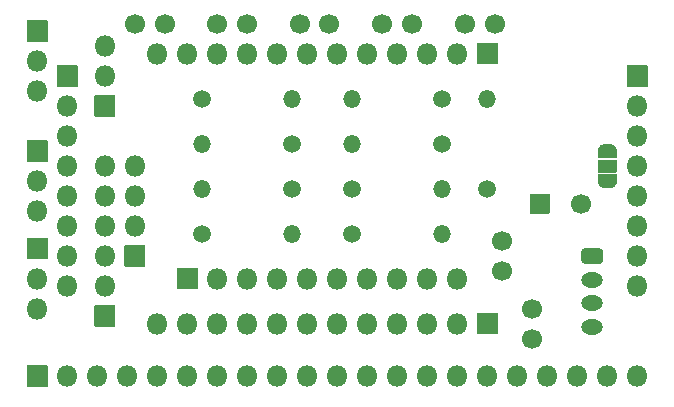
<source format=gbs>
G04 #@! TF.GenerationSoftware,KiCad,Pcbnew,(5.1.10)-1*
G04 #@! TF.CreationDate,2021-08-26T20:40:18+02:00*
G04 #@! TF.ProjectId,JuntekOnSteroidsTTGO,4a756e74-656b-44f6-9e53-7465726f6964,2.5*
G04 #@! TF.SameCoordinates,PX5b716c8PY5b716c8*
G04 #@! TF.FileFunction,Soldermask,Bot*
G04 #@! TF.FilePolarity,Negative*
%FSLAX46Y46*%
G04 Gerber Fmt 4.6, Leading zero omitted, Abs format (unit mm)*
G04 Created by KiCad (PCBNEW (5.1.10)-1) date 2021-08-26 20:40:18*
%MOMM*%
%LPD*%
G01*
G04 APERTURE LIST*
%ADD10O,1.800000X1.800000*%
%ADD11O,1.850000X1.300000*%
%ADD12O,1.500000X1.500000*%
%ADD13C,1.500000*%
%ADD14C,0.100000*%
%ADD15C,1.700000*%
G04 APERTURE END LIST*
D10*
G04 #@! TO.C,J61*
X10795000Y33020000D03*
X10795000Y30480000D03*
G36*
G01*
X11695000Y28790000D02*
X11695000Y27090000D01*
G75*
G02*
X11645000Y27040000I-50000J0D01*
G01*
X9945000Y27040000D01*
G75*
G02*
X9895000Y27090000I0J50000D01*
G01*
X9895000Y28790000D01*
G75*
G02*
X9945000Y28840000I50000J0D01*
G01*
X11645000Y28840000D01*
G75*
G02*
X11695000Y28790000I0J-50000D01*
G01*
G37*
G04 #@! TD*
G04 #@! TO.C,J12*
X5080000Y10795000D03*
X5080000Y13335000D03*
G36*
G01*
X5980000Y16725000D02*
X5980000Y15025000D01*
G75*
G02*
X5930000Y14975000I-50000J0D01*
G01*
X4230000Y14975000D01*
G75*
G02*
X4180000Y15025000I0J50000D01*
G01*
X4180000Y16725000D01*
G75*
G02*
X4230000Y16775000I50000J0D01*
G01*
X5930000Y16775000D01*
G75*
G02*
X5980000Y16725000I0J-50000D01*
G01*
G37*
G04 #@! TD*
G04 #@! TO.C,J22*
X10795000Y12700000D03*
G36*
G01*
X11695000Y11010000D02*
X11695000Y9310000D01*
G75*
G02*
X11645000Y9260000I-50000J0D01*
G01*
X9945000Y9260000D01*
G75*
G02*
X9895000Y9310000I0J50000D01*
G01*
X9895000Y11010000D01*
G75*
G02*
X9945000Y11060000I50000J0D01*
G01*
X11645000Y11060000D01*
G75*
G02*
X11695000Y11010000I0J-50000D01*
G01*
G37*
G04 #@! TD*
G04 #@! TO.C,J21*
X10795000Y22860000D03*
X13335000Y22860000D03*
X10795000Y20320000D03*
X13335000Y20320000D03*
X10795000Y17780000D03*
X13335000Y17780000D03*
X10795000Y15240000D03*
G36*
G01*
X14235000Y16090000D02*
X14235000Y14390000D01*
G75*
G02*
X14185000Y14340000I-50000J0D01*
G01*
X12485000Y14340000D01*
G75*
G02*
X12435000Y14390000I0J50000D01*
G01*
X12435000Y16090000D01*
G75*
G02*
X12485000Y16140000I50000J0D01*
G01*
X14185000Y16140000D01*
G75*
G02*
X14235000Y16090000I0J-50000D01*
G01*
G37*
G04 #@! TD*
G04 #@! TO.C,J11*
X5080000Y19050000D03*
X5080000Y21590000D03*
G36*
G01*
X5980000Y24980000D02*
X5980000Y23280000D01*
G75*
G02*
X5930000Y23230000I-50000J0D01*
G01*
X4230000Y23230000D01*
G75*
G02*
X4180000Y23280000I0J50000D01*
G01*
X4180000Y24980000D01*
G75*
G02*
X4230000Y25030000I50000J0D01*
G01*
X5930000Y25030000D01*
G75*
G02*
X5980000Y24980000I0J-50000D01*
G01*
G37*
G04 #@! TD*
D11*
G04 #@! TO.C,J7*
X52070000Y9240000D03*
X52070000Y11240000D03*
X52070000Y13240000D03*
G36*
G01*
X51415832Y15890000D02*
X52724168Y15890000D01*
G75*
G02*
X52995000Y15619168I0J-270832D01*
G01*
X52995000Y14860832D01*
G75*
G02*
X52724168Y14590000I-270832J0D01*
G01*
X51415832Y14590000D01*
G75*
G02*
X51145000Y14860832I0J270832D01*
G01*
X51145000Y15619168D01*
G75*
G02*
X51415832Y15890000I270832J0D01*
G01*
G37*
G04 #@! TD*
D10*
G04 #@! TO.C,J10*
X40640000Y13335000D03*
X38100000Y13335000D03*
X35560000Y13335000D03*
X33020000Y13335000D03*
X30480000Y13335000D03*
X27940000Y13335000D03*
X25400000Y13335000D03*
X22860000Y13335000D03*
X20320000Y13335000D03*
G36*
G01*
X18630000Y12435000D02*
X16930000Y12435000D01*
G75*
G02*
X16880000Y12485000I0J50000D01*
G01*
X16880000Y14185000D01*
G75*
G02*
X16930000Y14235000I50000J0D01*
G01*
X18630000Y14235000D01*
G75*
G02*
X18680000Y14185000I0J-50000D01*
G01*
X18680000Y12485000D01*
G75*
G02*
X18630000Y12435000I-50000J0D01*
G01*
G37*
G04 #@! TD*
D12*
G04 #@! TO.C,R13*
X39370000Y20955000D03*
D13*
X31750000Y20955000D03*
G04 #@! TD*
G04 #@! TO.C,JP1*
G36*
G01*
X52590000Y23410000D02*
X54090000Y23410000D01*
G75*
G02*
X54140000Y23360000I0J-50000D01*
G01*
X54140000Y22360000D01*
G75*
G02*
X54090000Y22310000I-50000J0D01*
G01*
X52590000Y22310000D01*
G75*
G02*
X52540000Y22360000I0J50000D01*
G01*
X52540000Y23360000D01*
G75*
G02*
X52590000Y23410000I50000J0D01*
G01*
G37*
D14*
G36*
X54139398Y21553889D02*
G01*
X54139398Y21535466D01*
X54139157Y21530565D01*
X54134347Y21481734D01*
X54133627Y21476881D01*
X54124055Y21428756D01*
X54122863Y21423995D01*
X54108619Y21377040D01*
X54106966Y21372421D01*
X54088189Y21327088D01*
X54086091Y21322651D01*
X54062960Y21279378D01*
X54060438Y21275171D01*
X54033178Y21234372D01*
X54030254Y21230430D01*
X53999126Y21192501D01*
X53995831Y21188866D01*
X53961134Y21154169D01*
X53957499Y21150874D01*
X53919570Y21119746D01*
X53915628Y21116822D01*
X53874829Y21089562D01*
X53870622Y21087040D01*
X53827349Y21063909D01*
X53822912Y21061811D01*
X53777579Y21043034D01*
X53772960Y21041381D01*
X53726005Y21027137D01*
X53721244Y21025945D01*
X53673119Y21016373D01*
X53668266Y21015653D01*
X53619435Y21010843D01*
X53614534Y21010602D01*
X53596111Y21010602D01*
X53590000Y21010000D01*
X53090000Y21010000D01*
X53083889Y21010602D01*
X53065466Y21010602D01*
X53060565Y21010843D01*
X53011734Y21015653D01*
X53006881Y21016373D01*
X52958756Y21025945D01*
X52953995Y21027137D01*
X52907040Y21041381D01*
X52902421Y21043034D01*
X52857088Y21061811D01*
X52852651Y21063909D01*
X52809378Y21087040D01*
X52805171Y21089562D01*
X52764372Y21116822D01*
X52760430Y21119746D01*
X52722501Y21150874D01*
X52718866Y21154169D01*
X52684169Y21188866D01*
X52680874Y21192501D01*
X52649746Y21230430D01*
X52646822Y21234372D01*
X52619562Y21275171D01*
X52617040Y21279378D01*
X52593909Y21322651D01*
X52591811Y21327088D01*
X52573034Y21372421D01*
X52571381Y21377040D01*
X52557137Y21423995D01*
X52555945Y21428756D01*
X52546373Y21476881D01*
X52545653Y21481734D01*
X52540843Y21530565D01*
X52540602Y21535466D01*
X52540602Y21553889D01*
X52540000Y21560000D01*
X52540000Y22110000D01*
X52540961Y22119755D01*
X52543806Y22129134D01*
X52548427Y22137779D01*
X52554645Y22145355D01*
X52562221Y22151573D01*
X52570866Y22156194D01*
X52580245Y22159039D01*
X52590000Y22160000D01*
X54090000Y22160000D01*
X54099755Y22159039D01*
X54109134Y22156194D01*
X54117779Y22151573D01*
X54125355Y22145355D01*
X54131573Y22137779D01*
X54136194Y22129134D01*
X54139039Y22119755D01*
X54140000Y22110000D01*
X54140000Y21560000D01*
X54139398Y21553889D01*
G37*
G36*
X54139039Y23600245D02*
G01*
X54136194Y23590866D01*
X54131573Y23582221D01*
X54125355Y23574645D01*
X54117779Y23568427D01*
X54109134Y23563806D01*
X54099755Y23560961D01*
X54090000Y23560000D01*
X52590000Y23560000D01*
X52580245Y23560961D01*
X52570866Y23563806D01*
X52562221Y23568427D01*
X52554645Y23574645D01*
X52548427Y23582221D01*
X52543806Y23590866D01*
X52540961Y23600245D01*
X52540000Y23610000D01*
X52540000Y24160000D01*
X52540602Y24166111D01*
X52540602Y24184534D01*
X52540843Y24189435D01*
X52545653Y24238266D01*
X52546373Y24243119D01*
X52555945Y24291244D01*
X52557137Y24296005D01*
X52571381Y24342960D01*
X52573034Y24347579D01*
X52591811Y24392912D01*
X52593909Y24397349D01*
X52617040Y24440622D01*
X52619562Y24444829D01*
X52646822Y24485628D01*
X52649746Y24489570D01*
X52680874Y24527499D01*
X52684169Y24531134D01*
X52718866Y24565831D01*
X52722501Y24569126D01*
X52760430Y24600254D01*
X52764372Y24603178D01*
X52805171Y24630438D01*
X52809378Y24632960D01*
X52852651Y24656091D01*
X52857088Y24658189D01*
X52902421Y24676966D01*
X52907040Y24678619D01*
X52953995Y24692863D01*
X52958756Y24694055D01*
X53006881Y24703627D01*
X53011734Y24704347D01*
X53060565Y24709157D01*
X53065466Y24709398D01*
X53083889Y24709398D01*
X53090000Y24710000D01*
X53590000Y24710000D01*
X53596111Y24709398D01*
X53614534Y24709398D01*
X53619435Y24709157D01*
X53668266Y24704347D01*
X53673119Y24703627D01*
X53721244Y24694055D01*
X53726005Y24692863D01*
X53772960Y24678619D01*
X53777579Y24676966D01*
X53822912Y24658189D01*
X53827349Y24656091D01*
X53870622Y24632960D01*
X53874829Y24630438D01*
X53915628Y24603178D01*
X53919570Y24600254D01*
X53957499Y24569126D01*
X53961134Y24565831D01*
X53995831Y24531134D01*
X53999126Y24527499D01*
X54030254Y24489570D01*
X54033178Y24485628D01*
X54060438Y24444829D01*
X54062960Y24440622D01*
X54086091Y24397349D01*
X54088189Y24392912D01*
X54106966Y24347579D01*
X54108619Y24342960D01*
X54122863Y24296005D01*
X54124055Y24291244D01*
X54133627Y24243119D01*
X54134347Y24238266D01*
X54139157Y24189435D01*
X54139398Y24184534D01*
X54139398Y24166111D01*
X54140000Y24160000D01*
X54140000Y23610000D01*
X54139039Y23600245D01*
G37*
G04 #@! TD*
D15*
G04 #@! TO.C,C6*
X46990000Y10755000D03*
X46990000Y8255000D03*
G04 #@! TD*
G04 #@! TO.C,C5*
X13375000Y34925000D03*
X15875000Y34925000D03*
G04 #@! TD*
D10*
G04 #@! TO.C,J30*
X55880000Y5080000D03*
X53340000Y5080000D03*
X50800000Y5080000D03*
X48260000Y5080000D03*
X45720000Y5080000D03*
X43180000Y5080000D03*
X40640000Y5080000D03*
X38100000Y5080000D03*
X35560000Y5080000D03*
X33020000Y5080000D03*
X30480000Y5080000D03*
X27940000Y5080000D03*
X25400000Y5080000D03*
X22860000Y5080000D03*
X20320000Y5080000D03*
X17780000Y5080000D03*
X15240000Y5080000D03*
X12700000Y5080000D03*
X10160000Y5080000D03*
X7620000Y5080000D03*
G36*
G01*
X4230000Y5980000D02*
X5930000Y5980000D01*
G75*
G02*
X5980000Y5930000I0J-50000D01*
G01*
X5980000Y4230000D01*
G75*
G02*
X5930000Y4180000I-50000J0D01*
G01*
X4230000Y4180000D01*
G75*
G02*
X4180000Y4230000I0J50000D01*
G01*
X4180000Y5930000D01*
G75*
G02*
X4230000Y5980000I50000J0D01*
G01*
G37*
G04 #@! TD*
D12*
G04 #@! TO.C,R20*
X26670000Y28575000D03*
D13*
X19050000Y28575000D03*
G04 #@! TD*
D12*
G04 #@! TO.C,R18*
X26670000Y17145000D03*
D13*
X19050000Y17145000D03*
G04 #@! TD*
D12*
G04 #@! TO.C,R17*
X39370000Y17145000D03*
D13*
X31750000Y17145000D03*
G04 #@! TD*
D12*
G04 #@! TO.C,R16*
X19050000Y20955000D03*
D13*
X26670000Y20955000D03*
G04 #@! TD*
D12*
G04 #@! TO.C,R15*
X43180000Y28575000D03*
D13*
X43180000Y20955000D03*
G04 #@! TD*
D12*
G04 #@! TO.C,R12*
X31750000Y28575000D03*
D13*
X39370000Y28575000D03*
G04 #@! TD*
D12*
G04 #@! TO.C,R11*
X31750000Y24765000D03*
D13*
X39370000Y24765000D03*
G04 #@! TD*
D15*
G04 #@! TO.C,C3*
X36790000Y34925000D03*
X34290000Y34925000D03*
G04 #@! TD*
G04 #@! TO.C,C2*
X27305000Y34925000D03*
X29805000Y34925000D03*
G04 #@! TD*
G04 #@! TO.C,C1*
X22820000Y34925000D03*
X20320000Y34925000D03*
G04 #@! TD*
D12*
G04 #@! TO.C,R14*
X19050000Y24765000D03*
D13*
X26670000Y24765000D03*
G04 #@! TD*
D10*
G04 #@! TO.C,J6*
X5080000Y29210000D03*
X5080000Y31750000D03*
G36*
G01*
X5980000Y35140000D02*
X5980000Y33440000D01*
G75*
G02*
X5930000Y33390000I-50000J0D01*
G01*
X4230000Y33390000D01*
G75*
G02*
X4180000Y33440000I0J50000D01*
G01*
X4180000Y35140000D01*
G75*
G02*
X4230000Y35190000I50000J0D01*
G01*
X5930000Y35190000D01*
G75*
G02*
X5980000Y35140000I0J-50000D01*
G01*
G37*
G04 #@! TD*
D15*
G04 #@! TO.C,C8*
X44450000Y14010000D03*
X44450000Y16510000D03*
G04 #@! TD*
G04 #@! TO.C,C4*
X41315000Y34925000D03*
X43815000Y34925000D03*
G04 #@! TD*
G04 #@! TO.C,C7*
X51125000Y19685000D03*
G36*
G01*
X46775000Y18885000D02*
X46775000Y20485000D01*
G75*
G02*
X46825000Y20535000I50000J0D01*
G01*
X48425000Y20535000D01*
G75*
G02*
X48475000Y20485000I0J-50000D01*
G01*
X48475000Y18885000D01*
G75*
G02*
X48425000Y18835000I-50000J0D01*
G01*
X46825000Y18835000D01*
G75*
G02*
X46775000Y18885000I0J50000D01*
G01*
G37*
G04 #@! TD*
D10*
G04 #@! TO.C,J5*
X15240000Y9525000D03*
X17780000Y9525000D03*
X20320000Y9525000D03*
X22860000Y9525000D03*
X25400000Y9525000D03*
X27940000Y9525000D03*
X30480000Y9525000D03*
X33020000Y9525000D03*
X35560000Y9525000D03*
X38100000Y9525000D03*
X40640000Y9525000D03*
G36*
G01*
X42330000Y10425000D02*
X44030000Y10425000D01*
G75*
G02*
X44080000Y10375000I0J-50000D01*
G01*
X44080000Y8675000D01*
G75*
G02*
X44030000Y8625000I-50000J0D01*
G01*
X42330000Y8625000D01*
G75*
G02*
X42280000Y8675000I0J50000D01*
G01*
X42280000Y10375000D01*
G75*
G02*
X42330000Y10425000I50000J0D01*
G01*
G37*
G04 #@! TD*
G04 #@! TO.C,J4*
X15240000Y32385000D03*
X17780000Y32385000D03*
X20320000Y32385000D03*
X22860000Y32385000D03*
X25400000Y32385000D03*
X27940000Y32385000D03*
X30480000Y32385000D03*
X33020000Y32385000D03*
X35560000Y32385000D03*
X38100000Y32385000D03*
X40640000Y32385000D03*
G36*
G01*
X42330000Y33285000D02*
X44030000Y33285000D01*
G75*
G02*
X44080000Y33235000I0J-50000D01*
G01*
X44080000Y31535000D01*
G75*
G02*
X44030000Y31485000I-50000J0D01*
G01*
X42330000Y31485000D01*
G75*
G02*
X42280000Y31535000I0J50000D01*
G01*
X42280000Y33235000D01*
G75*
G02*
X42330000Y33285000I50000J0D01*
G01*
G37*
G04 #@! TD*
G04 #@! TO.C,J2*
X55880000Y12700000D03*
X55880000Y15240000D03*
X55880000Y17780000D03*
X55880000Y20320000D03*
X55880000Y22860000D03*
X55880000Y25400000D03*
X55880000Y27940000D03*
G36*
G01*
X56780000Y31330000D02*
X56780000Y29630000D01*
G75*
G02*
X56730000Y29580000I-50000J0D01*
G01*
X55030000Y29580000D01*
G75*
G02*
X54980000Y29630000I0J50000D01*
G01*
X54980000Y31330000D01*
G75*
G02*
X55030000Y31380000I50000J0D01*
G01*
X56730000Y31380000D01*
G75*
G02*
X56780000Y31330000I0J-50000D01*
G01*
G37*
G04 #@! TD*
G04 #@! TO.C,J1*
X7620000Y12700000D03*
X7620000Y15240000D03*
X7620000Y17780000D03*
X7620000Y20320000D03*
X7620000Y22860000D03*
X7620000Y25400000D03*
X7620000Y27940000D03*
G36*
G01*
X8520000Y31330000D02*
X8520000Y29630000D01*
G75*
G02*
X8470000Y29580000I-50000J0D01*
G01*
X6770000Y29580000D01*
G75*
G02*
X6720000Y29630000I0J50000D01*
G01*
X6720000Y31330000D01*
G75*
G02*
X6770000Y31380000I50000J0D01*
G01*
X8470000Y31380000D01*
G75*
G02*
X8520000Y31330000I0J-50000D01*
G01*
G37*
G04 #@! TD*
M02*

</source>
